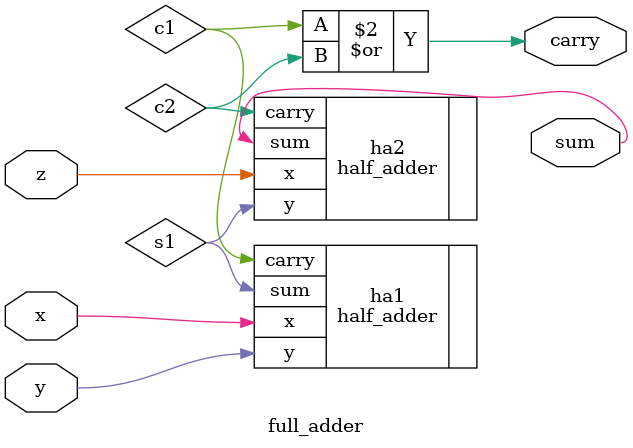
<source format=sv>
module full_adder (
    input  bit x,
    input  bit y,
    input  bit z,
    output bit sum,
    output bit carry
);

  bit s1, s2, c1, c2;

  half_adder ha1 (
      .x,
      .y,
      .sum  (s1),
      .carry(c1)
  );
  half_adder ha2 (
      .x(z),
      .y(s1),
      .sum,
      .carry(c2)
  );

  always_comb begin
    carry = c1 | c2;
  end

endmodule

</source>
